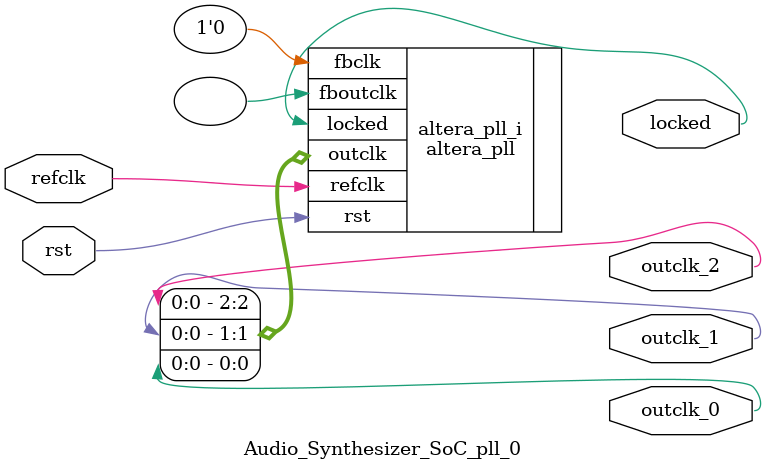
<source format=v>
`timescale 1ns/10ps
module  Audio_Synthesizer_SoC_pll_0(

	// interface 'refclk'
	input wire refclk,

	// interface 'reset'
	input wire rst,

	// interface 'outclk0'
	output wire outclk_0,

	// interface 'outclk1'
	output wire outclk_1,

	// interface 'outclk2'
	output wire outclk_2,

	// interface 'locked'
	output wire locked
);

	altera_pll #(
		.fractional_vco_multiplier("false"),
		.reference_clock_frequency("50.0 MHz"),
		.operation_mode("direct"),
		.number_of_clocks(3),
		.output_clock_frequency0("100.000000 MHz"),
		.phase_shift0("0 ps"),
		.duty_cycle0(50),
		.output_clock_frequency1("100.000000 MHz"),
		.phase_shift1("0 ps"),
		.duty_cycle1(50),
		.output_clock_frequency2("11.290322 MHz"),
		.phase_shift2("0 ps"),
		.duty_cycle2(50),
		.output_clock_frequency3("0 MHz"),
		.phase_shift3("0 ps"),
		.duty_cycle3(50),
		.output_clock_frequency4("0 MHz"),
		.phase_shift4("0 ps"),
		.duty_cycle4(50),
		.output_clock_frequency5("0 MHz"),
		.phase_shift5("0 ps"),
		.duty_cycle5(50),
		.output_clock_frequency6("0 MHz"),
		.phase_shift6("0 ps"),
		.duty_cycle6(50),
		.output_clock_frequency7("0 MHz"),
		.phase_shift7("0 ps"),
		.duty_cycle7(50),
		.output_clock_frequency8("0 MHz"),
		.phase_shift8("0 ps"),
		.duty_cycle8(50),
		.output_clock_frequency9("0 MHz"),
		.phase_shift9("0 ps"),
		.duty_cycle9(50),
		.output_clock_frequency10("0 MHz"),
		.phase_shift10("0 ps"),
		.duty_cycle10(50),
		.output_clock_frequency11("0 MHz"),
		.phase_shift11("0 ps"),
		.duty_cycle11(50),
		.output_clock_frequency12("0 MHz"),
		.phase_shift12("0 ps"),
		.duty_cycle12(50),
		.output_clock_frequency13("0 MHz"),
		.phase_shift13("0 ps"),
		.duty_cycle13(50),
		.output_clock_frequency14("0 MHz"),
		.phase_shift14("0 ps"),
		.duty_cycle14(50),
		.output_clock_frequency15("0 MHz"),
		.phase_shift15("0 ps"),
		.duty_cycle15(50),
		.output_clock_frequency16("0 MHz"),
		.phase_shift16("0 ps"),
		.duty_cycle16(50),
		.output_clock_frequency17("0 MHz"),
		.phase_shift17("0 ps"),
		.duty_cycle17(50),
		.pll_type("General"),
		.pll_subtype("General")
	) altera_pll_i (
		.rst	(rst),
		.outclk	({outclk_2, outclk_1, outclk_0}),
		.locked	(locked),
		.fboutclk	( ),
		.fbclk	(1'b0),
		.refclk	(refclk)
	);
endmodule


</source>
